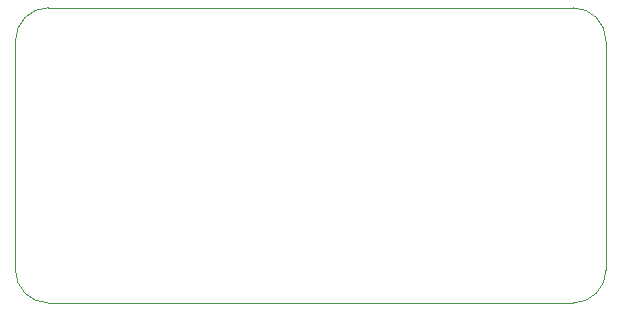
<source format=gm1>
G04 #@! TF.GenerationSoftware,KiCad,Pcbnew,7.0.9*
G04 #@! TF.CreationDate,2024-06-29T16:21:15+09:00*
G04 #@! TF.ProjectId,CAN_hab,43414e5f-6861-4622-9e6b-696361645f70,rev?*
G04 #@! TF.SameCoordinates,Original*
G04 #@! TF.FileFunction,Profile,NP*
%FSLAX46Y46*%
G04 Gerber Fmt 4.6, Leading zero omitted, Abs format (unit mm)*
G04 Created by KiCad (PCBNEW 7.0.9) date 2024-06-29 16:21:15*
%MOMM*%
%LPD*%
G01*
G04 APERTURE LIST*
G04 #@! TA.AperFunction,Profile*
%ADD10C,0.100000*%
G04 #@! TD*
G04 APERTURE END LIST*
D10*
X130440000Y-109639000D02*
X130440000Y-90239000D01*
X180440000Y-90239000D02*
X180440000Y-109639000D01*
X133240000Y-87439000D02*
X177640000Y-87439000D01*
X133240000Y-87439000D02*
G75*
G03*
X130440000Y-90239000I0J-2800000D01*
G01*
X177640000Y-112439000D02*
X133240000Y-112439000D01*
X177640000Y-112439000D02*
G75*
G03*
X180440000Y-109639000I0J2800000D01*
G01*
X130440000Y-109639000D02*
G75*
G03*
X133240000Y-112439000I2800000J0D01*
G01*
X180440000Y-90239000D02*
G75*
G03*
X177640000Y-87439000I-2800000J0D01*
G01*
M02*

</source>
